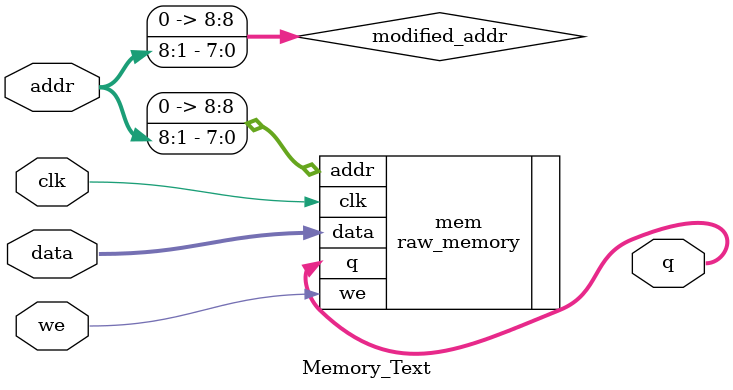
<source format=v>
module Memory_Text
(
	input [15:0] data,
	input [15:0] addr,
	input we, clk,
	output [15:0] q
);

wire[8:0] modified_addr;
assign modified_addr = {1'b0, addr[8:1]};

	raw_memory mem(
		.data(data),
		.addr(modified_addr),
		.we(we),
		.clk(clk),
		.q(q)
	);

endmodule
</source>
